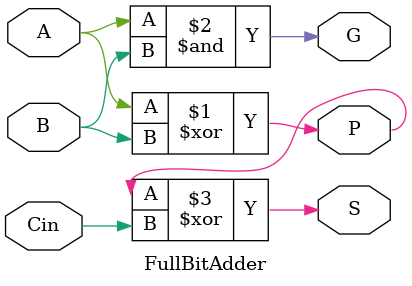
<source format=v>
`timescale 1ns / 1ps

module Bit32CarryLookAheadAdder(
    input [31:0] A,
    input [31:0] B,
    input Cin,
    output [31:0] S,
    output Cout
    );
    wire [3:0] GP, GG, C;
    GroupCarryLookAheadGenerator GCLAG(GP, GG, Cin, C);
    CarryLookAheadAdder CLA0(A[7:0], B[7:0], Cin, S[7:0], GP[0], GG[0]);
    CarryLookAheadAdder CLA1(A[15:8], B[15:8], C[0], S[15:8], GP[1], GG[1]);
    CarryLookAheadAdder CLA2(A[23:16], B[23:16], C[1], S[23:16], GP[2], GG[2]);
    CarryLookAheadAdder CLA3(A[31:24], B[31:24], C[2], S[31:24], GP[3], GG[3]);
   
    assign Cout = C[3];
endmodule

module GroupCarryLookAheadGenerator(
    input [3:0] GP,
    input [3:0] GG,
    input Cin,
    output [3:0]C
    );
    
    assign C[0] = GG[0] | (GP[0] & Cin);
    assign C[1] = GG[1] | (GP[1] & GG[0]) | (GP[1] & GP[0] & Cin);
    assign C[2] = GG[2] | (GP[2] & GG[1]) | (GP[2] & GP[1] & GG[0]) | (GP[2] & GP[1] & GP[0] & Cin);
    assign C[3] = GG[3] | (GP[3] & GG[2]) | (GP[3] & GP[2] & GG[1]) | (GP[3] & GP[2] & GP[1] & GG[0]) | (GP[3] & GP[2] & GP[1] & GP[0] & Cin);
endmodule



module CarryLookAheadAdder(
    input [7:0] A,
    input [7:0] B,
    input Cin,
    output [7:0] S,
    output GP,
    output GG
    );
    wire [7:0] P, G, C;
    FullBitAdder FA0(A[0], B[0], Cin, S[0], P[0], G[0]);
    FullBitAdder FA1(A[1], B[1], C[0], S[1], P[1], G[1]);
    FullBitAdder FA2(A[2], B[2], C[1], S[2], P[2], G[2]);
    FullBitAdder FA3(A[3], B[3], C[2], S[3], P[3], G[3]);
    FullBitAdder FA4(A[4], B[4], C[3], S[4], P[4], G[4]);
    FullBitAdder FA5(A[5], B[5], C[4], S[5], P[5], G[5]);
    FullBitAdder FA6(A[6], B[6], C[5], S[6], P[6], G[6]);
    FullBitAdder FA7(A[7], B[7], C[6], S[7], P[7], G[7]);
    CarryLockAheadGenerator CLAG(Cin, P, G, C);
    
    assign GP = P[0]&P[1]&P[2]&P[3]&P[4]&P[5]&P[6]&P[7];
    assign GG = G[7] | (P[7] & G[6]) | (P[7] & P[6] & G[5]) | (P[7] & P[6] & P[5] & G[4]) | (P[7] & P[6] & P[5] & P[4] & G[3]) |
      (P[7] & P[6] & P[5] & P[4] & P[3] & G[2]) | (P[7] & P[6] & P[5] & P[4] & P[3] & P[2] & G[1]) | (P[7] & P[6] & P[5] & P[4] & P[3] & P[2] & P[1] & G[0]);
    
endmodule



module CarryLockAheadGenerator(
    input Cin,
    input [7:0]P,
    input [7:0]G,
    output [7:0]C
    );
    
    assign C[0] = G[0] | (P[0] & Cin);
    assign C[1] = G[1] | (P[1] & G[0]) | (P[1] & P[0] & Cin);
    assign C[2] = G[2] | (P[2] & G[1]) | (P[2] & P[1] & G[0]) | (P[2] & P[1] & P[0] & Cin);
    assign C[3] = G[3] | (P[3] & G[2]) | (P[3] & P[2] & G[1]) | (P[3] & P[2] & P[1] & G[0]) | (P[3] & P[2] & P[1] & P[0] & Cin);
    assign C[4] = G[4] | (P[4] & G[3]) | (P[4] & P[3] & G[2]) | (P[4] & P[3] & P[2] & G[1]) | (P[4] & P[3] & P[2] & P[1] & G[0]) |
        (P[4] & P[3] & P[2] & P[1] & P[0] & Cin);
    assign C[5] = G[5] | (P[5] & G[4]) | (P[5] & P[4] & G[3]) | (P[5] & P[4] & P[3] & G[2]) | (P[5] & P[4] & P[3] & P[2] & G[1]) |
        (P[5] & P[4] & P[3] & P[2] & P[1] & G[0]) | (P[5] & P[4] & P[3] & P[2] & P[1] & P[0] & Cin);
    assign C[6] = G[6] | (P[6] & G[5]) | (P[6] & P[5] & G[4]) | (P[6] & P[5] & P[4] & G[3]) | (P[6] & P[5] & P[4] & P[3] & G[2]) |
        (P[6] & P[5] & P[4] & P[3] & P[2] & G[1]) | (P[6] & P[5] & P[4] & P[3] & P[2] & P[1] & G[0]) | (P[6] & P[5] & P[4] & P[3] & P[2] & P[1] & P[0] & Cin);
    assign C[7] = G[7] | (P[7] & G[6]) | (P[7] & P[6] & G[5]) | (P[7] & P[6] & P[5] & G[4]) | (P[7] & P[6] & P[5] & P[4] & G[3]) |
        (P[7] & P[6] & P[5] & P[4] & P[3] & G[2]) | (P[7] & P[6] & P[5] & P[4] & P[3] & P[2] & G[1]) | (P[7] & P[6] & P[5] & P[4] & P[3] & P[2] & P[1] & G[0])
        | (P[7] & P[6] & P[5] & P[4] & P[3] & P[2] & P[1] & P[0] & Cin);

endmodule




module FullBitAdder(
    input A,
    input B,
    input Cin,
    output S,
    output P,
    output G
    );
    
    assign P = A ^ B;
    assign G = A & B;
    assign S = P ^ Cin;
endmodule

</source>
